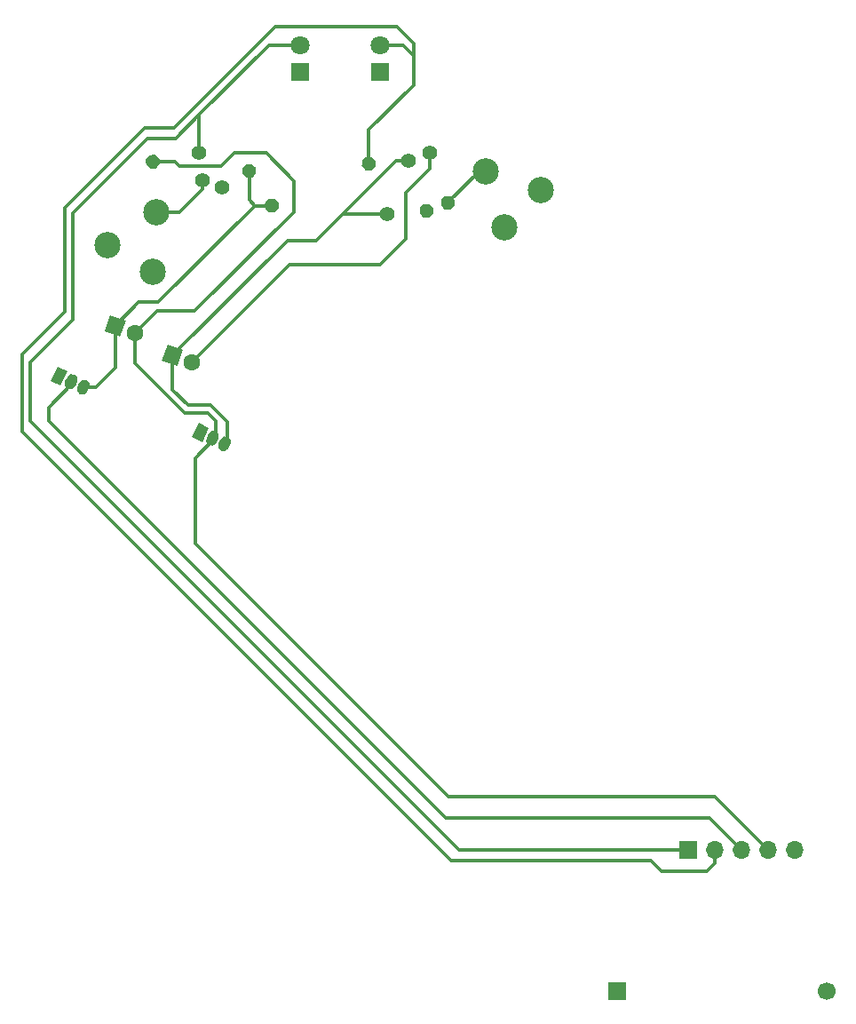
<source format=gtl>
G04 #@! TF.GenerationSoftware,KiCad,Pcbnew,(5.1.9)-1*
G04 #@! TF.CreationDate,2021-10-05T22:25:52-05:00*
G04 #@! TF.ProjectId,astable_badge,61737461-626c-4655-9f62-616467652e6b,1*
G04 #@! TF.SameCoordinates,Original*
G04 #@! TF.FileFunction,Copper,L1,Top*
G04 #@! TF.FilePolarity,Positive*
%FSLAX46Y46*%
G04 Gerber Fmt 4.6, Leading zero omitted, Abs format (unit mm)*
G04 Created by KiCad (PCBNEW (5.1.9)-1) date 2021-10-05 22:25:52*
%MOMM*%
%LPD*%
G01*
G04 APERTURE LIST*
G04 #@! TA.AperFunction,ComponentPad*
%ADD10R,1.700000X1.700000*%
G04 #@! TD*
G04 #@! TA.AperFunction,ComponentPad*
%ADD11C,1.700000*%
G04 #@! TD*
G04 #@! TA.AperFunction,ComponentPad*
%ADD12C,0.100000*%
G04 #@! TD*
G04 #@! TA.AperFunction,ComponentPad*
%ADD13C,1.600000*%
G04 #@! TD*
G04 #@! TA.AperFunction,ComponentPad*
%ADD14C,1.800000*%
G04 #@! TD*
G04 #@! TA.AperFunction,ComponentPad*
%ADD15R,1.800000X1.800000*%
G04 #@! TD*
G04 #@! TA.AperFunction,ComponentPad*
%ADD16C,1.400000*%
G04 #@! TD*
G04 #@! TA.AperFunction,ComponentPad*
%ADD17C,2.500000*%
G04 #@! TD*
G04 #@! TA.AperFunction,ComponentPad*
%ADD18O,1.700000X1.700000*%
G04 #@! TD*
G04 #@! TA.AperFunction,Conductor*
%ADD19C,0.300000*%
G04 #@! TD*
G04 APERTURE END LIST*
D10*
X169278000Y-124714000D03*
D11*
X189278000Y-124714000D03*
G04 #@! TA.AperFunction,ComponentPad*
D12*
G36*
X120386630Y-61819138D02*
G01*
X120933862Y-60315630D01*
X122437370Y-60862862D01*
X121890138Y-62366370D01*
X120386630Y-61819138D01*
G37*
G04 #@! TD.AperFunction*
D13*
X123291385Y-62025040D03*
X128752385Y-64819040D03*
G04 #@! TA.AperFunction,ComponentPad*
D12*
G36*
X125847630Y-64613138D02*
G01*
X126394862Y-63109630D01*
X127898370Y-63656862D01*
X127351138Y-65160370D01*
X125847630Y-64613138D01*
G37*
G04 #@! TD.AperFunction*
D14*
X139065000Y-34544000D03*
D15*
X139065000Y-37084000D03*
X146685000Y-37084000D03*
D14*
X146685000Y-34544000D03*
G04 #@! TA.AperFunction,ComponentPad*
G36*
G01*
X116642088Y-66628319D02*
X116832266Y-66220481D01*
G75*
G02*
X117529953Y-65966544I475812J-221875D01*
G01*
X117529953Y-65966544D01*
G75*
G02*
X117783890Y-66664231I-221875J-475812D01*
G01*
X117593712Y-67072069D01*
G75*
G02*
X116896025Y-67326006I-475812J221875D01*
G01*
X116896025Y-67326006D01*
G75*
G02*
X116642088Y-66628319I221875J475812D01*
G01*
G37*
G04 #@! TD.AperFunction*
G04 #@! TA.AperFunction,ComponentPad*
G36*
G01*
X117793099Y-67165044D02*
X117983277Y-66757206D01*
G75*
G02*
X118680964Y-66503269I475812J-221875D01*
G01*
X118680964Y-66503269D01*
G75*
G02*
X118934901Y-67200956I-221875J-475812D01*
G01*
X118744723Y-67608794D01*
G75*
G02*
X118047036Y-67862731I-475812J221875D01*
G01*
X118047036Y-67862731D01*
G75*
G02*
X117793099Y-67165044I221875J475812D01*
G01*
G37*
G04 #@! TD.AperFunction*
G04 #@! TA.AperFunction,ComponentPad*
D12*
G36*
X115269203Y-66567406D02*
G01*
X115903130Y-65207945D01*
X116854753Y-65651694D01*
X116220826Y-67011155D01*
X115269203Y-66567406D01*
G37*
G04 #@! TD.AperFunction*
G04 #@! TA.AperFunction,ComponentPad*
G36*
X128747225Y-71958856D02*
G01*
X129381152Y-70599395D01*
X130332775Y-71043144D01*
X129698848Y-72402605D01*
X128747225Y-71958856D01*
G37*
G04 #@! TD.AperFunction*
G04 #@! TA.AperFunction,ComponentPad*
G36*
G01*
X131271121Y-72556494D02*
X131461299Y-72148656D01*
G75*
G02*
X132158986Y-71894719I475812J-221875D01*
G01*
X132158986Y-71894719D01*
G75*
G02*
X132412923Y-72592406I-221875J-475812D01*
G01*
X132222745Y-73000244D01*
G75*
G02*
X131525058Y-73254181I-475812J221875D01*
G01*
X131525058Y-73254181D01*
G75*
G02*
X131271121Y-72556494I221875J475812D01*
G01*
G37*
G04 #@! TD.AperFunction*
G04 #@! TA.AperFunction,ComponentPad*
G36*
G01*
X130120110Y-72019769D02*
X130310288Y-71611931D01*
G75*
G02*
X131007975Y-71357994I475812J-221875D01*
G01*
X131007975Y-71357994D01*
G75*
G02*
X131261912Y-72055681I-221875J-475812D01*
G01*
X131071734Y-72463519D01*
G75*
G02*
X130374047Y-72717456I-475812J221875D01*
G01*
X130374047Y-72717456D01*
G75*
G02*
X130120110Y-72019769I221875J475812D01*
G01*
G37*
G04 #@! TD.AperFunction*
G04 #@! TA.AperFunction,ComponentPad*
G36*
G01*
X125652746Y-45923752D02*
X125652746Y-45923752D01*
G75*
G02*
X124755547Y-46342123I-657785J239414D01*
G01*
X124755547Y-46342123D01*
G75*
G02*
X124337176Y-45444924I239414J657785D01*
G01*
X124337176Y-45444924D01*
G75*
G02*
X125234375Y-45026553I657785J-239414D01*
G01*
X125234375Y-45026553D01*
G75*
G02*
X125652746Y-45923752I-239414J-657785D01*
G01*
G37*
G04 #@! TD.AperFunction*
D16*
X129768600Y-47421800D03*
X151384000Y-44831000D03*
G04 #@! TA.AperFunction,ComponentPad*
G36*
G01*
X152882048Y-48946854D02*
X152882048Y-48946854D01*
G75*
G02*
X153779247Y-49365225I239414J-657785D01*
G01*
X153779247Y-49365225D01*
G75*
G02*
X153360876Y-50262424I-657785J-239414D01*
G01*
X153360876Y-50262424D01*
G75*
G02*
X152463677Y-49844053I-239414J657785D01*
G01*
X152463677Y-49844053D01*
G75*
G02*
X152882048Y-48946854I657785J239414D01*
G01*
G37*
G04 #@! TD.AperFunction*
X131572000Y-48133000D03*
G04 #@! TA.AperFunction,ComponentPad*
G36*
G01*
X135687854Y-49631048D02*
X135687854Y-49631048D01*
G75*
G02*
X136585053Y-49212677I657785J-239414D01*
G01*
X136585053Y-49212677D01*
G75*
G02*
X137003424Y-50109876I-239414J-657785D01*
G01*
X137003424Y-50109876D01*
G75*
G02*
X136106225Y-50528247I-657785J239414D01*
G01*
X136106225Y-50528247D01*
G75*
G02*
X135687854Y-49631048I239414J657785D01*
G01*
G37*
G04 #@! TD.AperFunction*
G04 #@! TA.AperFunction,ComponentPad*
G36*
G01*
X150850048Y-49708854D02*
X150850048Y-49708854D01*
G75*
G02*
X151747247Y-50127225I239414J-657785D01*
G01*
X151747247Y-50127225D01*
G75*
G02*
X151328876Y-51024424I-657785J-239414D01*
G01*
X151328876Y-51024424D01*
G75*
G02*
X150431677Y-50606053I-239414J657785D01*
G01*
X150431677Y-50606053D01*
G75*
G02*
X150850048Y-49708854I657785J239414D01*
G01*
G37*
G04 #@! TD.AperFunction*
X149352000Y-45593000D03*
X129413000Y-44831000D03*
G04 #@! TA.AperFunction,ComponentPad*
G36*
G01*
X133528854Y-46329048D02*
X133528854Y-46329048D01*
G75*
G02*
X134426053Y-45910677I657785J-239414D01*
G01*
X134426053Y-45910677D01*
G75*
G02*
X134844424Y-46807876I-239414J-657785D01*
G01*
X134844424Y-46807876D01*
G75*
G02*
X133947225Y-47226247I-657785J239414D01*
G01*
X133947225Y-47226247D01*
G75*
G02*
X133528854Y-46329048I239414J657785D01*
G01*
G37*
G04 #@! TD.AperFunction*
G04 #@! TA.AperFunction,ComponentPad*
G36*
G01*
X145821952Y-46531746D02*
X145821952Y-46531746D01*
G75*
G02*
X144924753Y-46113375I-239414J657785D01*
G01*
X144924753Y-46113375D01*
G75*
G02*
X145343124Y-45216176I657785J239414D01*
G01*
X145343124Y-45216176D01*
G75*
G02*
X146240323Y-45634547I239414J-657785D01*
G01*
X146240323Y-45634547D01*
G75*
G02*
X145821952Y-46531746I-657785J-239414D01*
G01*
G37*
G04 #@! TD.AperFunction*
X147320000Y-50647600D03*
D17*
X120637873Y-53634000D03*
X124968000Y-56134000D03*
X125322937Y-50519232D03*
X156699949Y-46611415D03*
X162031534Y-48407466D03*
X158496000Y-51943000D03*
D18*
X186182000Y-111252000D03*
X183642000Y-111252000D03*
X181102000Y-111252000D03*
X178562000Y-111252000D03*
D10*
X176022000Y-111252000D03*
D19*
X136345639Y-49870462D02*
X134736738Y-49870462D01*
X134736738Y-49870462D02*
X125526800Y-59080400D01*
X123672600Y-59080400D02*
X121412000Y-61341000D01*
X125526800Y-59080400D02*
X123672600Y-59080400D01*
X134186639Y-49320363D02*
X134736738Y-49870462D01*
X134186639Y-46568462D02*
X134186639Y-49320363D01*
X118364000Y-67183000D02*
X118592600Y-67183000D01*
X118364000Y-67183000D02*
X119557800Y-67183000D01*
X121412000Y-65328800D02*
X121412000Y-61341000D01*
X119557800Y-67183000D02*
X121412000Y-65328800D01*
X124994961Y-45684338D02*
X127065938Y-45684338D01*
X127065938Y-45684338D02*
X127508000Y-46126400D01*
X127508000Y-46126400D02*
X131521200Y-46126400D01*
X131521200Y-46126400D02*
X132791200Y-44856400D01*
X132791200Y-44856400D02*
X135788400Y-44856400D01*
X135788400Y-44856400D02*
X138455400Y-47523400D01*
X138455400Y-47523400D02*
X138455400Y-50469800D01*
X138455400Y-50469800D02*
X129006600Y-59918600D01*
X125397825Y-59918600D02*
X123291385Y-62025040D01*
X129006600Y-59918600D02*
X125397825Y-59918600D01*
X123291385Y-62025040D02*
X123291385Y-64922185D01*
X123291385Y-64922185D02*
X128041400Y-69672200D01*
X128041400Y-69672200D02*
X130225800Y-69672200D01*
X130225800Y-69672200D02*
X130987800Y-70434200D01*
X130987800Y-71740936D02*
X130691011Y-72037725D01*
X130987800Y-70434200D02*
X130987800Y-71740936D01*
X178562000Y-106172000D02*
X183642000Y-111252000D01*
X129032000Y-82042000D02*
X153162000Y-106172000D01*
X129032000Y-73914000D02*
X129032000Y-82042000D01*
X130691011Y-72254989D02*
X129032000Y-73914000D01*
X153162000Y-106172000D02*
X178562000Y-106172000D01*
X130691011Y-72037725D02*
X130691011Y-72254989D01*
X151384000Y-44831000D02*
X151384000Y-46380400D01*
X151384000Y-46380400D02*
X149123400Y-48641000D01*
X149123400Y-48641000D02*
X149123400Y-53035200D01*
X149123400Y-53035200D02*
X146634200Y-55524400D01*
X138047025Y-55524400D02*
X128752385Y-64819040D01*
X146634200Y-55524400D02*
X138047025Y-55524400D01*
X117212989Y-66646275D02*
X117212989Y-66962411D01*
X129208040Y-64819040D02*
X128752385Y-64819040D01*
X178054000Y-108204000D02*
X181102000Y-111252000D01*
X152908000Y-108204000D02*
X178054000Y-108204000D01*
X115062000Y-70358000D02*
X152908000Y-108204000D01*
X117212989Y-66937011D02*
X115062000Y-69088000D01*
X115062000Y-69088000D02*
X115062000Y-70358000D01*
X117212989Y-66646275D02*
X117212989Y-66937011D01*
X149174200Y-45770800D02*
X149352000Y-45593000D01*
X149352000Y-45593000D02*
X148183600Y-45593000D01*
X137820400Y-53187600D02*
X126873000Y-64135000D01*
X140589000Y-53187600D02*
X137820400Y-53187600D01*
X143129000Y-50647600D02*
X142951200Y-50825400D01*
X147320000Y-50647600D02*
X143129000Y-50647600D01*
X142951200Y-50825400D02*
X140589000Y-53187600D01*
X148183600Y-45593000D02*
X142951200Y-50825400D01*
X132130800Y-72285672D02*
X131842022Y-72574450D01*
X132105400Y-72311072D02*
X131842022Y-72574450D01*
X130530600Y-68910200D02*
X132105400Y-70485000D01*
X128346200Y-68910200D02*
X130530600Y-68910200D01*
X132105400Y-70485000D02*
X132105400Y-72311072D01*
X126873000Y-67437000D02*
X128346200Y-68910200D01*
X126873000Y-64135000D02*
X126873000Y-67437000D01*
X129413000Y-44831000D02*
X129413000Y-41173400D01*
X136042400Y-34544000D02*
X139065000Y-34544000D01*
X129413000Y-41173400D02*
X136042400Y-34544000D01*
X124460000Y-43434000D02*
X117348000Y-50546000D01*
X117348000Y-50546000D02*
X117348000Y-60706000D01*
X117348000Y-60706000D02*
X113284000Y-64770000D01*
X113284000Y-64770000D02*
X113284000Y-70358000D01*
X154178000Y-111252000D02*
X176022000Y-111252000D01*
X113284000Y-70358000D02*
X154178000Y-111252000D01*
X127152400Y-43434000D02*
X129413000Y-41173400D01*
X124460000Y-43434000D02*
X127152400Y-43434000D01*
X178562000Y-112522000D02*
X178562000Y-111252000D01*
X177800000Y-113284000D02*
X178562000Y-112522000D01*
X173482000Y-113284000D02*
X177800000Y-113284000D01*
X172466000Y-112268000D02*
X173482000Y-113284000D01*
X112522000Y-71374000D02*
X153416000Y-112268000D01*
X136652000Y-32766000D02*
X127000000Y-42418000D01*
X148234400Y-32766000D02*
X136652000Y-32766000D01*
X112522000Y-64008000D02*
X112522000Y-71374000D01*
X127000000Y-42418000D02*
X124206000Y-42418000D01*
X153416000Y-112268000D02*
X172466000Y-112268000D01*
X124206000Y-42418000D02*
X116586000Y-50038000D01*
X145582538Y-45873961D02*
X145582538Y-42631462D01*
X116586000Y-50038000D02*
X116586000Y-59944000D01*
X145582538Y-42631462D02*
X149860000Y-38354000D01*
X149860000Y-34391600D02*
X148234400Y-32766000D01*
X116586000Y-59944000D02*
X112522000Y-64008000D01*
X146685000Y-34544000D02*
X148844000Y-34544000D01*
X148844000Y-34544000D02*
X149860000Y-35560000D01*
X149860000Y-35560000D02*
X149860000Y-34391600D01*
X149860000Y-38354000D02*
X149860000Y-35560000D01*
X129768600Y-47421800D02*
X129768600Y-48260000D01*
X127509368Y-50519232D02*
X125322937Y-50519232D01*
X129768600Y-48260000D02*
X127509368Y-50519232D01*
X156114686Y-46611415D02*
X156699949Y-46611415D01*
X153121462Y-49604639D02*
X156114686Y-46611415D01*
M02*

</source>
